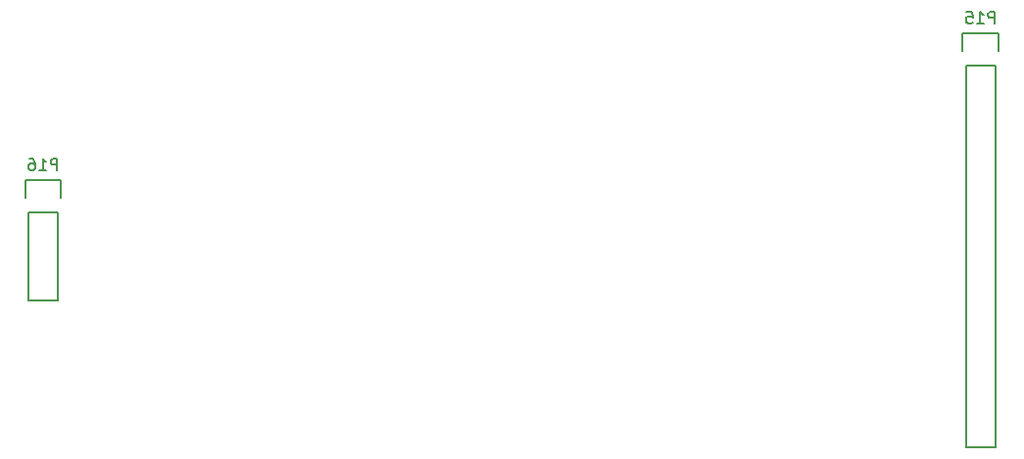
<source format=gbr>
G04 #@! TF.FileFunction,Legend,Bot*
%FSLAX46Y46*%
G04 Gerber Fmt 4.6, Leading zero omitted, Abs format (unit mm)*
G04 Created by KiCad (PCBNEW 4.0.4+dfsg1-stable) date Sun Aug 20 17:43:16 2017*
%MOMM*%
%LPD*%
G01*
G04 APERTURE LIST*
%ADD10C,0.100000*%
%ADD11C,0.150000*%
G04 APERTURE END LIST*
D10*
D11*
X184270000Y-84740000D02*
X184270000Y-117760000D01*
X184270000Y-117760000D02*
X181730000Y-117760000D01*
X181730000Y-117760000D02*
X181730000Y-84740000D01*
X181450000Y-81920000D02*
X181450000Y-83470000D01*
X181730000Y-84740000D02*
X184270000Y-84740000D01*
X184550000Y-83470000D02*
X184550000Y-81920000D01*
X184550000Y-81920000D02*
X181450000Y-81920000D01*
X103270000Y-97440000D02*
X103270000Y-105060000D01*
X100730000Y-97440000D02*
X100730000Y-105060000D01*
X100450000Y-94620000D02*
X100450000Y-96170000D01*
X103270000Y-105060000D02*
X100730000Y-105060000D01*
X100730000Y-97440000D02*
X103270000Y-97440000D01*
X103550000Y-96170000D02*
X103550000Y-94620000D01*
X103550000Y-94620000D02*
X100450000Y-94620000D01*
X184214286Y-81097381D02*
X184214286Y-80097381D01*
X183833333Y-80097381D01*
X183738095Y-80145000D01*
X183690476Y-80192619D01*
X183642857Y-80287857D01*
X183642857Y-80430714D01*
X183690476Y-80525952D01*
X183738095Y-80573571D01*
X183833333Y-80621190D01*
X184214286Y-80621190D01*
X182690476Y-81097381D02*
X183261905Y-81097381D01*
X182976191Y-81097381D02*
X182976191Y-80097381D01*
X183071429Y-80240238D01*
X183166667Y-80335476D01*
X183261905Y-80383095D01*
X181785714Y-80097381D02*
X182261905Y-80097381D01*
X182309524Y-80573571D01*
X182261905Y-80525952D01*
X182166667Y-80478333D01*
X181928571Y-80478333D01*
X181833333Y-80525952D01*
X181785714Y-80573571D01*
X181738095Y-80668810D01*
X181738095Y-80906905D01*
X181785714Y-81002143D01*
X181833333Y-81049762D01*
X181928571Y-81097381D01*
X182166667Y-81097381D01*
X182261905Y-81049762D01*
X182309524Y-81002143D01*
X103214286Y-93797381D02*
X103214286Y-92797381D01*
X102833333Y-92797381D01*
X102738095Y-92845000D01*
X102690476Y-92892619D01*
X102642857Y-92987857D01*
X102642857Y-93130714D01*
X102690476Y-93225952D01*
X102738095Y-93273571D01*
X102833333Y-93321190D01*
X103214286Y-93321190D01*
X101690476Y-93797381D02*
X102261905Y-93797381D01*
X101976191Y-93797381D02*
X101976191Y-92797381D01*
X102071429Y-92940238D01*
X102166667Y-93035476D01*
X102261905Y-93083095D01*
X100833333Y-92797381D02*
X101023810Y-92797381D01*
X101119048Y-92845000D01*
X101166667Y-92892619D01*
X101261905Y-93035476D01*
X101309524Y-93225952D01*
X101309524Y-93606905D01*
X101261905Y-93702143D01*
X101214286Y-93749762D01*
X101119048Y-93797381D01*
X100928571Y-93797381D01*
X100833333Y-93749762D01*
X100785714Y-93702143D01*
X100738095Y-93606905D01*
X100738095Y-93368810D01*
X100785714Y-93273571D01*
X100833333Y-93225952D01*
X100928571Y-93178333D01*
X101119048Y-93178333D01*
X101214286Y-93225952D01*
X101261905Y-93273571D01*
X101309524Y-93368810D01*
M02*

</source>
